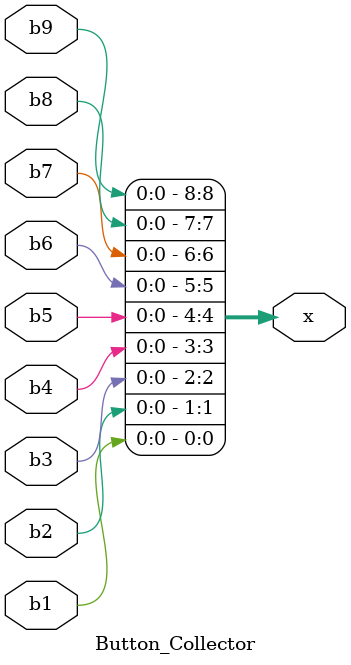
<source format=v>
module Button_Collector(x, b1, b2, b3, b4, b5, b6, b7, b8, b9);
	output [9:1]x;
	input b1, b2, b3, b4, b5, b6, b7, b8, b9;
	
	assign x[1] = b1;
	assign x[2] = b2;
	assign x[3] = b3;
	assign x[4] = b4;
	assign x[5] = b5;
	assign x[6] = b6;
	assign x[7] = b7;
	assign x[8] = b8;
	assign x[9] = b9;
endmodule

</source>
